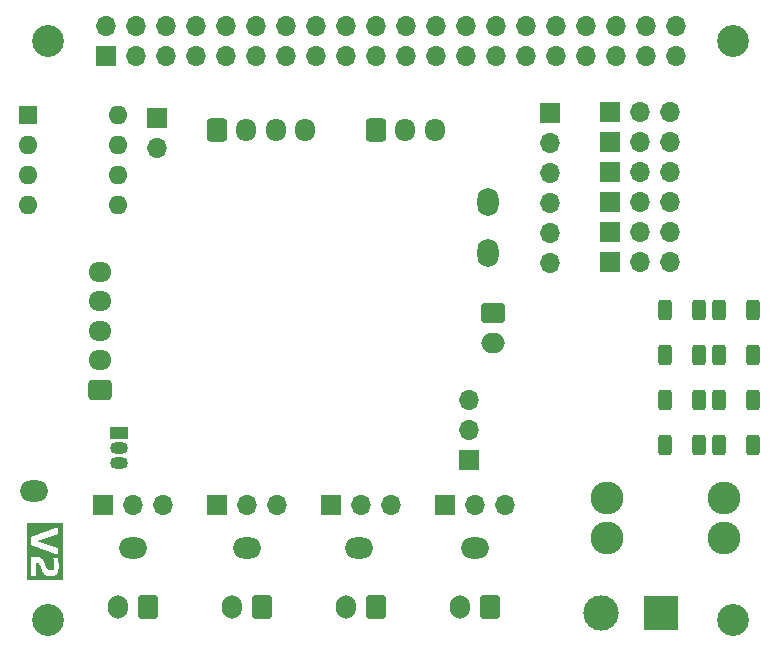
<source format=gts>
G04 #@! TF.GenerationSoftware,KiCad,Pcbnew,7.0.6-0*
G04 #@! TF.CreationDate,2023-08-09T22:44:51+01:00*
G04 #@! TF.ProjectId,Klipper Fan Hat,4b6c6970-7065-4722-9046-616e20486174,V2*
G04 #@! TF.SameCoordinates,Original*
G04 #@! TF.FileFunction,Soldermask,Top*
G04 #@! TF.FilePolarity,Negative*
%FSLAX46Y46*%
G04 Gerber Fmt 4.6, Leading zero omitted, Abs format (unit mm)*
G04 Created by KiCad (PCBNEW 7.0.6-0) date 2023-08-09 22:44:51*
%MOMM*%
%LPD*%
G01*
G04 APERTURE LIST*
G04 Aperture macros list*
%AMRoundRect*
0 Rectangle with rounded corners*
0 $1 Rounding radius*
0 $2 $3 $4 $5 $6 $7 $8 $9 X,Y pos of 4 corners*
0 Add a 4 corners polygon primitive as box body*
4,1,4,$2,$3,$4,$5,$6,$7,$8,$9,$2,$3,0*
0 Add four circle primitives for the rounded corners*
1,1,$1+$1,$2,$3*
1,1,$1+$1,$4,$5*
1,1,$1+$1,$6,$7*
1,1,$1+$1,$8,$9*
0 Add four rect primitives between the rounded corners*
20,1,$1+$1,$2,$3,$4,$5,0*
20,1,$1+$1,$4,$5,$6,$7,0*
20,1,$1+$1,$6,$7,$8,$9,0*
20,1,$1+$1,$8,$9,$2,$3,0*%
G04 Aperture macros list end*
%ADD10C,0.400000*%
%ADD11RoundRect,0.250000X0.312500X0.625000X-0.312500X0.625000X-0.312500X-0.625000X0.312500X-0.625000X0*%
%ADD12C,2.780000*%
%ADD13RoundRect,0.250000X0.725000X-0.600000X0.725000X0.600000X-0.725000X0.600000X-0.725000X-0.600000X0*%
%ADD14O,1.950000X1.700000*%
%ADD15C,2.700000*%
%ADD16R,1.700000X1.700000*%
%ADD17O,1.700000X1.700000*%
%ADD18R,3.000000X3.000000*%
%ADD19C,3.000000*%
%ADD20RoundRect,0.250000X-0.600000X-0.725000X0.600000X-0.725000X0.600000X0.725000X-0.600000X0.725000X0*%
%ADD21O,1.700000X1.950000*%
%ADD22RoundRect,0.250000X-0.750000X0.600000X-0.750000X-0.600000X0.750000X-0.600000X0.750000X0.600000X0*%
%ADD23O,2.000000X1.700000*%
%ADD24RoundRect,0.250000X0.600000X0.750000X-0.600000X0.750000X-0.600000X-0.750000X0.600000X-0.750000X0*%
%ADD25O,1.700000X2.000000*%
%ADD26R,1.600000X1.600000*%
%ADD27O,1.600000X1.600000*%
%ADD28O,2.400000X1.800000*%
%ADD29R,1.500000X1.050000*%
%ADD30O,1.500000X1.050000*%
%ADD31O,1.800000X2.400000*%
G04 APERTURE END LIST*
D10*
G36*
X104738795Y-93175741D02*
G01*
X101718857Y-93175741D01*
X101718857Y-91222471D01*
X102076000Y-91222471D01*
X102076000Y-92818598D01*
X102466788Y-92818598D01*
X102466788Y-91726832D01*
X102581582Y-91726832D01*
X102607247Y-91728444D01*
X102632034Y-91733282D01*
X102655943Y-91741343D01*
X102678974Y-91752630D01*
X102701128Y-91767142D01*
X102722403Y-91784878D01*
X102742802Y-91805839D01*
X102762322Y-91830025D01*
X102771884Y-91843217D01*
X102786022Y-91864106D01*
X102799912Y-91886315D01*
X102813556Y-91909844D01*
X102826953Y-91934694D01*
X102840103Y-91960863D01*
X102853007Y-91988353D01*
X102865663Y-92017163D01*
X102878072Y-92047293D01*
X102890235Y-92078744D01*
X102902151Y-92111515D01*
X102908696Y-92132094D01*
X102918728Y-92162856D01*
X102929018Y-92193489D01*
X102939565Y-92223993D01*
X102950370Y-92254368D01*
X102961432Y-92284614D01*
X102972752Y-92314732D01*
X102984330Y-92344721D01*
X102996165Y-92374581D01*
X103008258Y-92404313D01*
X103020609Y-92433915D01*
X103029105Y-92454666D01*
X103042797Y-92484898D01*
X103057627Y-92514057D01*
X103073594Y-92542143D01*
X103090700Y-92569155D01*
X103108943Y-92595094D01*
X103128324Y-92619959D01*
X103148842Y-92643752D01*
X103170498Y-92666471D01*
X103193292Y-92688116D01*
X103217224Y-92708688D01*
X103233739Y-92721628D01*
X103259192Y-92739472D01*
X103285460Y-92755438D01*
X103312543Y-92769525D01*
X103340443Y-92781735D01*
X103369158Y-92792065D01*
X103398689Y-92800518D01*
X103429036Y-92807092D01*
X103460198Y-92811788D01*
X103492176Y-92814605D01*
X103524970Y-92815545D01*
X103838822Y-92815545D01*
X103874655Y-92814757D01*
X103909185Y-92812396D01*
X103942413Y-92808461D01*
X103974339Y-92802951D01*
X104004962Y-92795867D01*
X104034283Y-92787209D01*
X104062302Y-92776976D01*
X104089019Y-92765169D01*
X104114433Y-92751789D01*
X104138544Y-92736833D01*
X104161354Y-92720304D01*
X104182861Y-92702201D01*
X104203066Y-92682523D01*
X104221969Y-92661271D01*
X104239569Y-92638445D01*
X104255867Y-92614044D01*
X104263606Y-92601244D01*
X104278346Y-92574406D01*
X104292104Y-92545917D01*
X104304879Y-92515778D01*
X104316671Y-92483988D01*
X104327481Y-92450548D01*
X104337308Y-92415457D01*
X104346152Y-92378716D01*
X104354014Y-92340324D01*
X104360893Y-92300282D01*
X104366789Y-92258589D01*
X104371702Y-92215245D01*
X104375633Y-92170251D01*
X104378581Y-92123606D01*
X104380546Y-92075311D01*
X104381161Y-92050544D01*
X104381529Y-92025365D01*
X104381652Y-91999773D01*
X104381378Y-91952194D01*
X104380555Y-91904862D01*
X104379183Y-91857779D01*
X104377263Y-91810943D01*
X104374795Y-91764356D01*
X104371777Y-91718016D01*
X104368211Y-91671925D01*
X104364097Y-91626082D01*
X104359434Y-91580487D01*
X104354222Y-91535140D01*
X104348462Y-91490040D01*
X104342153Y-91445189D01*
X104335296Y-91400587D01*
X104327890Y-91356232D01*
X104319935Y-91312125D01*
X104311432Y-91268266D01*
X103924918Y-91268266D01*
X103931379Y-91292845D01*
X103937636Y-91317122D01*
X103949533Y-91364771D01*
X103960610Y-91411213D01*
X103970866Y-91456448D01*
X103980302Y-91500476D01*
X103988917Y-91543297D01*
X103996712Y-91584911D01*
X104003686Y-91625319D01*
X104009840Y-91664519D01*
X104015173Y-91702513D01*
X104019686Y-91739299D01*
X104023378Y-91774879D01*
X104026250Y-91809252D01*
X104028301Y-91842418D01*
X104029532Y-91874377D01*
X104029942Y-91905129D01*
X104029790Y-91929678D01*
X104028988Y-91964962D01*
X104027500Y-91998400D01*
X104025325Y-92029991D01*
X104022462Y-92059737D01*
X104018913Y-92087636D01*
X104014677Y-92113690D01*
X104007960Y-92145556D01*
X104000023Y-92174140D01*
X103990863Y-92199442D01*
X103983574Y-92215046D01*
X103968538Y-92237643D01*
X103949895Y-92255976D01*
X103927644Y-92270046D01*
X103901786Y-92279852D01*
X103872320Y-92285394D01*
X103846150Y-92286759D01*
X103553058Y-92286759D01*
X103524856Y-92284359D01*
X103497877Y-92277158D01*
X103472120Y-92265158D01*
X103447585Y-92248357D01*
X103428838Y-92231461D01*
X103410873Y-92211492D01*
X103393690Y-92188451D01*
X103389499Y-92182266D01*
X103372879Y-92155953D01*
X103360564Y-92134565D01*
X103348378Y-92111760D01*
X103336321Y-92087539D01*
X103324393Y-92061900D01*
X103312593Y-92034845D01*
X103300923Y-92006373D01*
X103289381Y-91976484D01*
X103277968Y-91945179D01*
X103266683Y-91912457D01*
X103259201Y-91890274D01*
X103247969Y-91857681D01*
X103236725Y-91825903D01*
X103225472Y-91794941D01*
X103214207Y-91764795D01*
X103202932Y-91735464D01*
X103191645Y-91706949D01*
X103180349Y-91679250D01*
X103169041Y-91652367D01*
X103157723Y-91626299D01*
X103146394Y-91601047D01*
X103136894Y-91580229D01*
X103121650Y-91549932D01*
X103105216Y-91520752D01*
X103087590Y-91492688D01*
X103068773Y-91465740D01*
X103048764Y-91439909D01*
X103027564Y-91415193D01*
X103005172Y-91391594D01*
X102981589Y-91369112D01*
X102956815Y-91347745D01*
X102930849Y-91327495D01*
X102913023Y-91314777D01*
X102885549Y-91297239D01*
X102857195Y-91281547D01*
X102827961Y-91267701D01*
X102797847Y-91255701D01*
X102766853Y-91245547D01*
X102734978Y-91237240D01*
X102702224Y-91230778D01*
X102668589Y-91226163D01*
X102634074Y-91223394D01*
X102598679Y-91222471D01*
X102076000Y-91222471D01*
X101718857Y-91222471D01*
X101718857Y-90180775D01*
X102076000Y-90180775D01*
X104342573Y-91020970D01*
X104342573Y-90481804D01*
X102529070Y-89873029D01*
X102529070Y-89858985D01*
X104342573Y-89250210D01*
X104342573Y-88697000D01*
X102076000Y-89512771D01*
X102076000Y-90180775D01*
X101718857Y-90180775D01*
X101718857Y-88339857D01*
X104738795Y-88339857D01*
X104738795Y-93175741D01*
G37*
D11*
X163184500Y-81712000D03*
X160259500Y-81712000D03*
D12*
X150800000Y-86186000D03*
X150800000Y-89586000D03*
X160720000Y-86186000D03*
X160720000Y-89586000D03*
D13*
X107857000Y-77060000D03*
D14*
X107857000Y-74560000D03*
X107857000Y-72060000D03*
X107857000Y-69560000D03*
X107857000Y-67060000D03*
D15*
X161500000Y-47500000D03*
D16*
X151054000Y-63678000D03*
D17*
X153594000Y-63678000D03*
X156134000Y-63678000D03*
D11*
X158612500Y-77902000D03*
X155687500Y-77902000D03*
D18*
X155372000Y-95936000D03*
D19*
X150292000Y-95936000D03*
D16*
X127432000Y-86792000D03*
D17*
X129972000Y-86792000D03*
X132512000Y-86792000D03*
D20*
X117780000Y-55042000D03*
D21*
X120280000Y-55042000D03*
X122780000Y-55042000D03*
X125280000Y-55042000D03*
D11*
X163184500Y-70282000D03*
X160259500Y-70282000D03*
X163184500Y-74092000D03*
X160259500Y-74092000D03*
D16*
X139116000Y-82982000D03*
D17*
X139116000Y-80442000D03*
X139116000Y-77902000D03*
D16*
X151054000Y-61138000D03*
D17*
X153594000Y-61138000D03*
X156134000Y-61138000D03*
D16*
X112700000Y-54026000D03*
D17*
X112700000Y-56566000D03*
D22*
X141148000Y-70576000D03*
D23*
X141148000Y-73076000D03*
D16*
X151054000Y-66218000D03*
D17*
X153594000Y-66218000D03*
X156134000Y-66218000D03*
D16*
X117780000Y-86792000D03*
D17*
X120320000Y-86792000D03*
X122860000Y-86792000D03*
D15*
X103500000Y-96500000D03*
X103500000Y-47500000D03*
D24*
X111918000Y-95445000D03*
D25*
X109418000Y-95445000D03*
D16*
X108143000Y-86792000D03*
D17*
X110683000Y-86792000D03*
X113223000Y-86792000D03*
D20*
X131242000Y-55042000D03*
D21*
X133742000Y-55042000D03*
X136242000Y-55042000D03*
D16*
X151054000Y-56058000D03*
D17*
X153594000Y-56058000D03*
X156134000Y-56058000D03*
D26*
X101788000Y-53782000D03*
D27*
X101788000Y-56322000D03*
X101788000Y-58862000D03*
X101788000Y-61402000D03*
X109408000Y-61402000D03*
X109408000Y-58862000D03*
X109408000Y-56322000D03*
X109408000Y-53782000D03*
D15*
X161500000Y-96500000D03*
D11*
X163184500Y-77902000D03*
X160259500Y-77902000D03*
D16*
X137084000Y-86792000D03*
D17*
X139624000Y-86792000D03*
X142164000Y-86792000D03*
D24*
X121570000Y-95445000D03*
D25*
X119070000Y-95445000D03*
D16*
X145974000Y-53645000D03*
D17*
X145974000Y-56185000D03*
X145974000Y-58725000D03*
X145974000Y-61265000D03*
X145974000Y-63805000D03*
X145974000Y-66345000D03*
D24*
X131222000Y-95445000D03*
D25*
X128722000Y-95445000D03*
D16*
X151054000Y-53518000D03*
D17*
X153594000Y-53518000D03*
X156134000Y-53518000D03*
D11*
X158612500Y-70282000D03*
X155687500Y-70282000D03*
X158612500Y-74092000D03*
X155687500Y-74092000D03*
X158612500Y-81712000D03*
X155687500Y-81712000D03*
D24*
X140874000Y-95445000D03*
D25*
X138374000Y-95445000D03*
D16*
X151054000Y-58598000D03*
D17*
X153594000Y-58598000D03*
X156134000Y-58598000D03*
D16*
X108370000Y-48770000D03*
D17*
X108370000Y-46230000D03*
X110910000Y-48770000D03*
X110910000Y-46230000D03*
X113450000Y-48770000D03*
X113450000Y-46230000D03*
X115990000Y-48770000D03*
X115990000Y-46230000D03*
X118530000Y-48770000D03*
X118530000Y-46230000D03*
X121070000Y-48770000D03*
X121070000Y-46230000D03*
X123610000Y-48770000D03*
X123610000Y-46230000D03*
X126150000Y-48770000D03*
X126150000Y-46230000D03*
X128690000Y-48770000D03*
X128690000Y-46230000D03*
X131230000Y-48770000D03*
X131230000Y-46230000D03*
X133770000Y-48770000D03*
X133770000Y-46230000D03*
X136310000Y-48770000D03*
X136310000Y-46230000D03*
X138850000Y-48770000D03*
X138850000Y-46230000D03*
X141390000Y-48770000D03*
X141390000Y-46230000D03*
X143930000Y-48770000D03*
X143930000Y-46230000D03*
X146470000Y-48770000D03*
X146470000Y-46230000D03*
X149010000Y-48770000D03*
X149010000Y-46230000D03*
X151550000Y-48770000D03*
X151550000Y-46230000D03*
X154090000Y-48770000D03*
X154090000Y-46230000D03*
X156630000Y-48770000D03*
X156630000Y-46230000D03*
D28*
X110668000Y-90475000D03*
D29*
X109504000Y-80696000D03*
D30*
X109504000Y-81966000D03*
X109504000Y-83236000D03*
D28*
X139624000Y-90475000D03*
X120320000Y-90475000D03*
D31*
X140767000Y-61138000D03*
X140767000Y-65456000D03*
D28*
X102286000Y-85649000D03*
X129845000Y-90475000D03*
M02*

</source>
